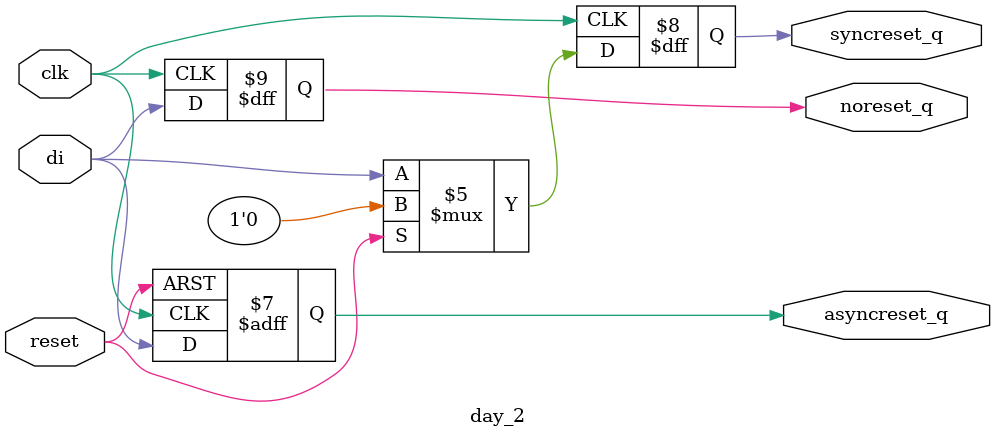
<source format=sv>
module day_2 (clk, reset, di , noreset_q, syncreset_q, asyncreset_q);
  input     logic      clk, reset, di;
  output    logic      syncreset_q, asyncreset_q, noreset_q;
  always_ff @(posedge clk)
    noreset_q <= di;
  
  always_ff @(posedge clk)
    if (reset)
      syncreset_q <= 1'b0;
    else
      syncreset_q <= di;

  // Async reset
  always_ff @(posedge clk or posedge reset)
    if (reset)
      asyncreset_q <= 1'b0;
    else
      asyncreset_q <= di;

endmodule

</source>
